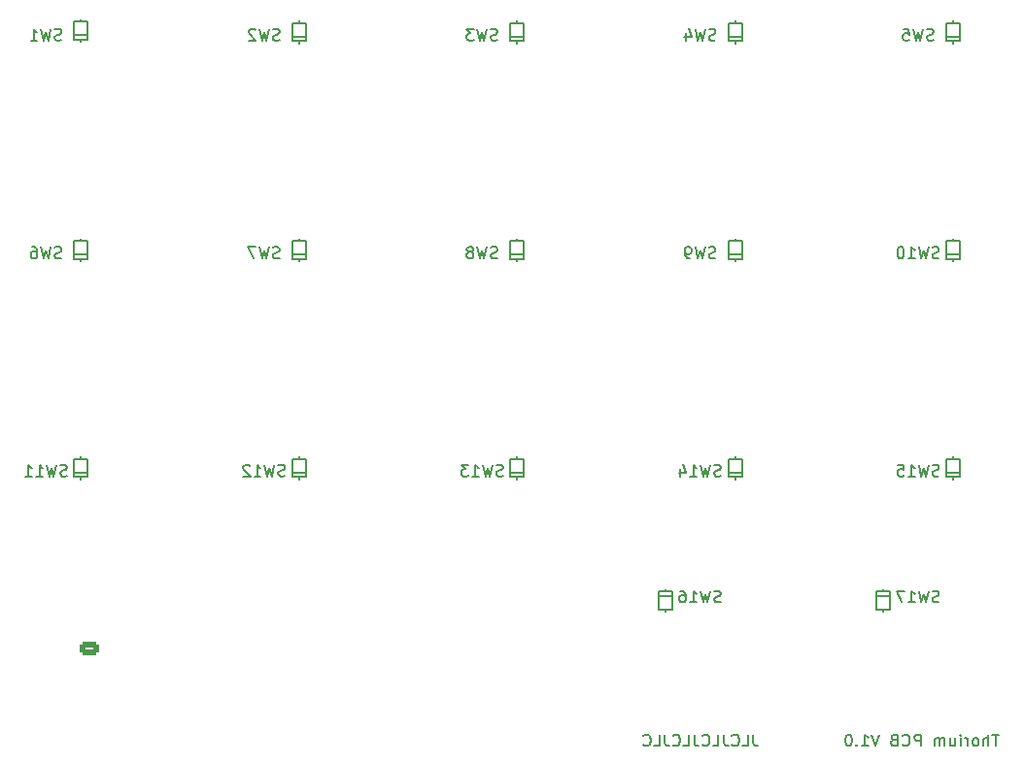
<source format=gbo>
G04 #@! TF.GenerationSoftware,KiCad,Pcbnew,7.0.5*
G04 #@! TF.CreationDate,2023-09-30T13:53:55+09:00*
G04 #@! TF.ProjectId,thorium_pcbl,74686f72-6975-46d5-9f70-63626c2e6b69,rev?*
G04 #@! TF.SameCoordinates,Original*
G04 #@! TF.FileFunction,Legend,Bot*
G04 #@! TF.FilePolarity,Positive*
%FSLAX46Y46*%
G04 Gerber Fmt 4.6, Leading zero omitted, Abs format (unit mm)*
G04 Created by KiCad (PCBNEW 7.0.5) date 2023-09-30 13:53:55*
%MOMM*%
%LPD*%
G01*
G04 APERTURE LIST*
G04 Aperture macros list*
%AMRoundRect*
0 Rectangle with rounded corners*
0 $1 Rounding radius*
0 $2 $3 $4 $5 $6 $7 $8 $9 X,Y pos of 4 corners*
0 Add a 4 corners polygon primitive as box body*
4,1,4,$2,$3,$4,$5,$6,$7,$8,$9,$2,$3,0*
0 Add four circle primitives for the rounded corners*
1,1,$1+$1,$2,$3*
1,1,$1+$1,$4,$5*
1,1,$1+$1,$6,$7*
1,1,$1+$1,$8,$9*
0 Add four rect primitives between the rounded corners*
20,1,$1+$1,$2,$3,$4,$5,0*
20,1,$1+$1,$4,$5,$6,$7,0*
20,1,$1+$1,$6,$7,$8,$9,0*
20,1,$1+$1,$8,$9,$2,$3,0*%
G04 Aperture macros list end*
%ADD10C,0.150000*%
%ADD11C,0.200000*%
%ADD12C,1.524000*%
%ADD13O,1.500000X2.500000*%
%ADD14R,0.950000X1.200000*%
%ADD15O,1.750000X1.200000*%
%ADD16RoundRect,0.250000X0.625000X-0.350000X0.625000X0.350000X-0.625000X0.350000X-0.625000X-0.350000X0*%
%ADD17C,2.000000*%
%ADD18C,3.000000*%
%ADD19C,4.000000*%
%ADD20R,2.400000X3.000000*%
%ADD21R,2.500000X2.800000*%
%ADD22O,1.000000X1.300000*%
G04 APERTURE END LIST*
D10*
X123538094Y-105474819D02*
X122966666Y-105474819D01*
X123252380Y-106474819D02*
X123252380Y-105474819D01*
X122633332Y-106474819D02*
X122633332Y-105474819D01*
X122204761Y-106474819D02*
X122204761Y-105951009D01*
X122204761Y-105951009D02*
X122252380Y-105855771D01*
X122252380Y-105855771D02*
X122347618Y-105808152D01*
X122347618Y-105808152D02*
X122490475Y-105808152D01*
X122490475Y-105808152D02*
X122585713Y-105855771D01*
X122585713Y-105855771D02*
X122633332Y-105903390D01*
X121585713Y-106474819D02*
X121680951Y-106427200D01*
X121680951Y-106427200D02*
X121728570Y-106379580D01*
X121728570Y-106379580D02*
X121776189Y-106284342D01*
X121776189Y-106284342D02*
X121776189Y-105998628D01*
X121776189Y-105998628D02*
X121728570Y-105903390D01*
X121728570Y-105903390D02*
X121680951Y-105855771D01*
X121680951Y-105855771D02*
X121585713Y-105808152D01*
X121585713Y-105808152D02*
X121442856Y-105808152D01*
X121442856Y-105808152D02*
X121347618Y-105855771D01*
X121347618Y-105855771D02*
X121299999Y-105903390D01*
X121299999Y-105903390D02*
X121252380Y-105998628D01*
X121252380Y-105998628D02*
X121252380Y-106284342D01*
X121252380Y-106284342D02*
X121299999Y-106379580D01*
X121299999Y-106379580D02*
X121347618Y-106427200D01*
X121347618Y-106427200D02*
X121442856Y-106474819D01*
X121442856Y-106474819D02*
X121585713Y-106474819D01*
X120823808Y-106474819D02*
X120823808Y-105808152D01*
X120823808Y-105998628D02*
X120776189Y-105903390D01*
X120776189Y-105903390D02*
X120728570Y-105855771D01*
X120728570Y-105855771D02*
X120633332Y-105808152D01*
X120633332Y-105808152D02*
X120538094Y-105808152D01*
X120204760Y-106474819D02*
X120204760Y-105808152D01*
X120204760Y-105474819D02*
X120252379Y-105522438D01*
X120252379Y-105522438D02*
X120204760Y-105570057D01*
X120204760Y-105570057D02*
X120157141Y-105522438D01*
X120157141Y-105522438D02*
X120204760Y-105474819D01*
X120204760Y-105474819D02*
X120204760Y-105570057D01*
X119299999Y-105808152D02*
X119299999Y-106474819D01*
X119728570Y-105808152D02*
X119728570Y-106331961D01*
X119728570Y-106331961D02*
X119680951Y-106427200D01*
X119680951Y-106427200D02*
X119585713Y-106474819D01*
X119585713Y-106474819D02*
X119442856Y-106474819D01*
X119442856Y-106474819D02*
X119347618Y-106427200D01*
X119347618Y-106427200D02*
X119299999Y-106379580D01*
X118823808Y-106474819D02*
X118823808Y-105808152D01*
X118823808Y-105903390D02*
X118776189Y-105855771D01*
X118776189Y-105855771D02*
X118680951Y-105808152D01*
X118680951Y-105808152D02*
X118538094Y-105808152D01*
X118538094Y-105808152D02*
X118442856Y-105855771D01*
X118442856Y-105855771D02*
X118395237Y-105951009D01*
X118395237Y-105951009D02*
X118395237Y-106474819D01*
X118395237Y-105951009D02*
X118347618Y-105855771D01*
X118347618Y-105855771D02*
X118252380Y-105808152D01*
X118252380Y-105808152D02*
X118109523Y-105808152D01*
X118109523Y-105808152D02*
X118014284Y-105855771D01*
X118014284Y-105855771D02*
X117966665Y-105951009D01*
X117966665Y-105951009D02*
X117966665Y-106474819D01*
X116728570Y-106474819D02*
X116728570Y-105474819D01*
X116728570Y-105474819D02*
X116347618Y-105474819D01*
X116347618Y-105474819D02*
X116252380Y-105522438D01*
X116252380Y-105522438D02*
X116204761Y-105570057D01*
X116204761Y-105570057D02*
X116157142Y-105665295D01*
X116157142Y-105665295D02*
X116157142Y-105808152D01*
X116157142Y-105808152D02*
X116204761Y-105903390D01*
X116204761Y-105903390D02*
X116252380Y-105951009D01*
X116252380Y-105951009D02*
X116347618Y-105998628D01*
X116347618Y-105998628D02*
X116728570Y-105998628D01*
X115157142Y-106379580D02*
X115204761Y-106427200D01*
X115204761Y-106427200D02*
X115347618Y-106474819D01*
X115347618Y-106474819D02*
X115442856Y-106474819D01*
X115442856Y-106474819D02*
X115585713Y-106427200D01*
X115585713Y-106427200D02*
X115680951Y-106331961D01*
X115680951Y-106331961D02*
X115728570Y-106236723D01*
X115728570Y-106236723D02*
X115776189Y-106046247D01*
X115776189Y-106046247D02*
X115776189Y-105903390D01*
X115776189Y-105903390D02*
X115728570Y-105712914D01*
X115728570Y-105712914D02*
X115680951Y-105617676D01*
X115680951Y-105617676D02*
X115585713Y-105522438D01*
X115585713Y-105522438D02*
X115442856Y-105474819D01*
X115442856Y-105474819D02*
X115347618Y-105474819D01*
X115347618Y-105474819D02*
X115204761Y-105522438D01*
X115204761Y-105522438D02*
X115157142Y-105570057D01*
X114395237Y-105951009D02*
X114252380Y-105998628D01*
X114252380Y-105998628D02*
X114204761Y-106046247D01*
X114204761Y-106046247D02*
X114157142Y-106141485D01*
X114157142Y-106141485D02*
X114157142Y-106284342D01*
X114157142Y-106284342D02*
X114204761Y-106379580D01*
X114204761Y-106379580D02*
X114252380Y-106427200D01*
X114252380Y-106427200D02*
X114347618Y-106474819D01*
X114347618Y-106474819D02*
X114728570Y-106474819D01*
X114728570Y-106474819D02*
X114728570Y-105474819D01*
X114728570Y-105474819D02*
X114395237Y-105474819D01*
X114395237Y-105474819D02*
X114299999Y-105522438D01*
X114299999Y-105522438D02*
X114252380Y-105570057D01*
X114252380Y-105570057D02*
X114204761Y-105665295D01*
X114204761Y-105665295D02*
X114204761Y-105760533D01*
X114204761Y-105760533D02*
X114252380Y-105855771D01*
X114252380Y-105855771D02*
X114299999Y-105903390D01*
X114299999Y-105903390D02*
X114395237Y-105951009D01*
X114395237Y-105951009D02*
X114728570Y-105951009D01*
X113109522Y-105474819D02*
X112776189Y-106474819D01*
X112776189Y-106474819D02*
X112442856Y-105474819D01*
X111585713Y-106474819D02*
X112157141Y-106474819D01*
X111871427Y-106474819D02*
X111871427Y-105474819D01*
X111871427Y-105474819D02*
X111966665Y-105617676D01*
X111966665Y-105617676D02*
X112061903Y-105712914D01*
X112061903Y-105712914D02*
X112157141Y-105760533D01*
X111157141Y-106379580D02*
X111109522Y-106427200D01*
X111109522Y-106427200D02*
X111157141Y-106474819D01*
X111157141Y-106474819D02*
X111204760Y-106427200D01*
X111204760Y-106427200D02*
X111157141Y-106379580D01*
X111157141Y-106379580D02*
X111157141Y-106474819D01*
X110490475Y-105474819D02*
X110395237Y-105474819D01*
X110395237Y-105474819D02*
X110299999Y-105522438D01*
X110299999Y-105522438D02*
X110252380Y-105570057D01*
X110252380Y-105570057D02*
X110204761Y-105665295D01*
X110204761Y-105665295D02*
X110157142Y-105855771D01*
X110157142Y-105855771D02*
X110157142Y-106093866D01*
X110157142Y-106093866D02*
X110204761Y-106284342D01*
X110204761Y-106284342D02*
X110252380Y-106379580D01*
X110252380Y-106379580D02*
X110299999Y-106427200D01*
X110299999Y-106427200D02*
X110395237Y-106474819D01*
X110395237Y-106474819D02*
X110490475Y-106474819D01*
X110490475Y-106474819D02*
X110585713Y-106427200D01*
X110585713Y-106427200D02*
X110633332Y-106379580D01*
X110633332Y-106379580D02*
X110680951Y-106284342D01*
X110680951Y-106284342D02*
X110728570Y-106093866D01*
X110728570Y-106093866D02*
X110728570Y-105855771D01*
X110728570Y-105855771D02*
X110680951Y-105665295D01*
X110680951Y-105665295D02*
X110633332Y-105570057D01*
X110633332Y-105570057D02*
X110585713Y-105522438D01*
X110585713Y-105522438D02*
X110490475Y-105474819D01*
X102139048Y-105474819D02*
X102139048Y-106189104D01*
X102139048Y-106189104D02*
X102186667Y-106331961D01*
X102186667Y-106331961D02*
X102281905Y-106427200D01*
X102281905Y-106427200D02*
X102424762Y-106474819D01*
X102424762Y-106474819D02*
X102520000Y-106474819D01*
X101186667Y-106474819D02*
X101662857Y-106474819D01*
X101662857Y-106474819D02*
X101662857Y-105474819D01*
X100281905Y-106379580D02*
X100329524Y-106427200D01*
X100329524Y-106427200D02*
X100472381Y-106474819D01*
X100472381Y-106474819D02*
X100567619Y-106474819D01*
X100567619Y-106474819D02*
X100710476Y-106427200D01*
X100710476Y-106427200D02*
X100805714Y-106331961D01*
X100805714Y-106331961D02*
X100853333Y-106236723D01*
X100853333Y-106236723D02*
X100900952Y-106046247D01*
X100900952Y-106046247D02*
X100900952Y-105903390D01*
X100900952Y-105903390D02*
X100853333Y-105712914D01*
X100853333Y-105712914D02*
X100805714Y-105617676D01*
X100805714Y-105617676D02*
X100710476Y-105522438D01*
X100710476Y-105522438D02*
X100567619Y-105474819D01*
X100567619Y-105474819D02*
X100472381Y-105474819D01*
X100472381Y-105474819D02*
X100329524Y-105522438D01*
X100329524Y-105522438D02*
X100281905Y-105570057D01*
X99567619Y-105474819D02*
X99567619Y-106189104D01*
X99567619Y-106189104D02*
X99615238Y-106331961D01*
X99615238Y-106331961D02*
X99710476Y-106427200D01*
X99710476Y-106427200D02*
X99853333Y-106474819D01*
X99853333Y-106474819D02*
X99948571Y-106474819D01*
X98615238Y-106474819D02*
X99091428Y-106474819D01*
X99091428Y-106474819D02*
X99091428Y-105474819D01*
X97710476Y-106379580D02*
X97758095Y-106427200D01*
X97758095Y-106427200D02*
X97900952Y-106474819D01*
X97900952Y-106474819D02*
X97996190Y-106474819D01*
X97996190Y-106474819D02*
X98139047Y-106427200D01*
X98139047Y-106427200D02*
X98234285Y-106331961D01*
X98234285Y-106331961D02*
X98281904Y-106236723D01*
X98281904Y-106236723D02*
X98329523Y-106046247D01*
X98329523Y-106046247D02*
X98329523Y-105903390D01*
X98329523Y-105903390D02*
X98281904Y-105712914D01*
X98281904Y-105712914D02*
X98234285Y-105617676D01*
X98234285Y-105617676D02*
X98139047Y-105522438D01*
X98139047Y-105522438D02*
X97996190Y-105474819D01*
X97996190Y-105474819D02*
X97900952Y-105474819D01*
X97900952Y-105474819D02*
X97758095Y-105522438D01*
X97758095Y-105522438D02*
X97710476Y-105570057D01*
X96996190Y-105474819D02*
X96996190Y-106189104D01*
X96996190Y-106189104D02*
X97043809Y-106331961D01*
X97043809Y-106331961D02*
X97139047Y-106427200D01*
X97139047Y-106427200D02*
X97281904Y-106474819D01*
X97281904Y-106474819D02*
X97377142Y-106474819D01*
X96043809Y-106474819D02*
X96519999Y-106474819D01*
X96519999Y-106474819D02*
X96519999Y-105474819D01*
X95139047Y-106379580D02*
X95186666Y-106427200D01*
X95186666Y-106427200D02*
X95329523Y-106474819D01*
X95329523Y-106474819D02*
X95424761Y-106474819D01*
X95424761Y-106474819D02*
X95567618Y-106427200D01*
X95567618Y-106427200D02*
X95662856Y-106331961D01*
X95662856Y-106331961D02*
X95710475Y-106236723D01*
X95710475Y-106236723D02*
X95758094Y-106046247D01*
X95758094Y-106046247D02*
X95758094Y-105903390D01*
X95758094Y-105903390D02*
X95710475Y-105712914D01*
X95710475Y-105712914D02*
X95662856Y-105617676D01*
X95662856Y-105617676D02*
X95567618Y-105522438D01*
X95567618Y-105522438D02*
X95424761Y-105474819D01*
X95424761Y-105474819D02*
X95329523Y-105474819D01*
X95329523Y-105474819D02*
X95186666Y-105522438D01*
X95186666Y-105522438D02*
X95139047Y-105570057D01*
X94424761Y-105474819D02*
X94424761Y-106189104D01*
X94424761Y-106189104D02*
X94472380Y-106331961D01*
X94472380Y-106331961D02*
X94567618Y-106427200D01*
X94567618Y-106427200D02*
X94710475Y-106474819D01*
X94710475Y-106474819D02*
X94805713Y-106474819D01*
X93472380Y-106474819D02*
X93948570Y-106474819D01*
X93948570Y-106474819D02*
X93948570Y-105474819D01*
X92567618Y-106379580D02*
X92615237Y-106427200D01*
X92615237Y-106427200D02*
X92758094Y-106474819D01*
X92758094Y-106474819D02*
X92853332Y-106474819D01*
X92853332Y-106474819D02*
X92996189Y-106427200D01*
X92996189Y-106427200D02*
X93091427Y-106331961D01*
X93091427Y-106331961D02*
X93139046Y-106236723D01*
X93139046Y-106236723D02*
X93186665Y-106046247D01*
X93186665Y-106046247D02*
X93186665Y-105903390D01*
X93186665Y-105903390D02*
X93139046Y-105712914D01*
X93139046Y-105712914D02*
X93091427Y-105617676D01*
X93091427Y-105617676D02*
X92996189Y-105522438D01*
X92996189Y-105522438D02*
X92853332Y-105474819D01*
X92853332Y-105474819D02*
X92758094Y-105474819D01*
X92758094Y-105474819D02*
X92615237Y-105522438D01*
X92615237Y-105522438D02*
X92567618Y-105570057D01*
X98833332Y-63907200D02*
X98690475Y-63954819D01*
X98690475Y-63954819D02*
X98452380Y-63954819D01*
X98452380Y-63954819D02*
X98357142Y-63907200D01*
X98357142Y-63907200D02*
X98309523Y-63859580D01*
X98309523Y-63859580D02*
X98261904Y-63764342D01*
X98261904Y-63764342D02*
X98261904Y-63669104D01*
X98261904Y-63669104D02*
X98309523Y-63573866D01*
X98309523Y-63573866D02*
X98357142Y-63526247D01*
X98357142Y-63526247D02*
X98452380Y-63478628D01*
X98452380Y-63478628D02*
X98642856Y-63431009D01*
X98642856Y-63431009D02*
X98738094Y-63383390D01*
X98738094Y-63383390D02*
X98785713Y-63335771D01*
X98785713Y-63335771D02*
X98833332Y-63240533D01*
X98833332Y-63240533D02*
X98833332Y-63145295D01*
X98833332Y-63145295D02*
X98785713Y-63050057D01*
X98785713Y-63050057D02*
X98738094Y-63002438D01*
X98738094Y-63002438D02*
X98642856Y-62954819D01*
X98642856Y-62954819D02*
X98404761Y-62954819D01*
X98404761Y-62954819D02*
X98261904Y-63002438D01*
X97928570Y-62954819D02*
X97690475Y-63954819D01*
X97690475Y-63954819D02*
X97499999Y-63240533D01*
X97499999Y-63240533D02*
X97309523Y-63954819D01*
X97309523Y-63954819D02*
X97071428Y-62954819D01*
X96642856Y-63954819D02*
X96452380Y-63954819D01*
X96452380Y-63954819D02*
X96357142Y-63907200D01*
X96357142Y-63907200D02*
X96309523Y-63859580D01*
X96309523Y-63859580D02*
X96214285Y-63716723D01*
X96214285Y-63716723D02*
X96166666Y-63526247D01*
X96166666Y-63526247D02*
X96166666Y-63145295D01*
X96166666Y-63145295D02*
X96214285Y-63050057D01*
X96214285Y-63050057D02*
X96261904Y-63002438D01*
X96261904Y-63002438D02*
X96357142Y-62954819D01*
X96357142Y-62954819D02*
X96547618Y-62954819D01*
X96547618Y-62954819D02*
X96642856Y-63002438D01*
X96642856Y-63002438D02*
X96690475Y-63050057D01*
X96690475Y-63050057D02*
X96738094Y-63145295D01*
X96738094Y-63145295D02*
X96738094Y-63383390D01*
X96738094Y-63383390D02*
X96690475Y-63478628D01*
X96690475Y-63478628D02*
X96642856Y-63526247D01*
X96642856Y-63526247D02*
X96547618Y-63573866D01*
X96547618Y-63573866D02*
X96357142Y-63573866D01*
X96357142Y-63573866D02*
X96261904Y-63526247D01*
X96261904Y-63526247D02*
X96214285Y-63478628D01*
X96214285Y-63478628D02*
X96166666Y-63383390D01*
X118309523Y-93907200D02*
X118166666Y-93954819D01*
X118166666Y-93954819D02*
X117928571Y-93954819D01*
X117928571Y-93954819D02*
X117833333Y-93907200D01*
X117833333Y-93907200D02*
X117785714Y-93859580D01*
X117785714Y-93859580D02*
X117738095Y-93764342D01*
X117738095Y-93764342D02*
X117738095Y-93669104D01*
X117738095Y-93669104D02*
X117785714Y-93573866D01*
X117785714Y-93573866D02*
X117833333Y-93526247D01*
X117833333Y-93526247D02*
X117928571Y-93478628D01*
X117928571Y-93478628D02*
X118119047Y-93431009D01*
X118119047Y-93431009D02*
X118214285Y-93383390D01*
X118214285Y-93383390D02*
X118261904Y-93335771D01*
X118261904Y-93335771D02*
X118309523Y-93240533D01*
X118309523Y-93240533D02*
X118309523Y-93145295D01*
X118309523Y-93145295D02*
X118261904Y-93050057D01*
X118261904Y-93050057D02*
X118214285Y-93002438D01*
X118214285Y-93002438D02*
X118119047Y-92954819D01*
X118119047Y-92954819D02*
X117880952Y-92954819D01*
X117880952Y-92954819D02*
X117738095Y-93002438D01*
X117404761Y-92954819D02*
X117166666Y-93954819D01*
X117166666Y-93954819D02*
X116976190Y-93240533D01*
X116976190Y-93240533D02*
X116785714Y-93954819D01*
X116785714Y-93954819D02*
X116547619Y-92954819D01*
X115642857Y-93954819D02*
X116214285Y-93954819D01*
X115928571Y-93954819D02*
X115928571Y-92954819D01*
X115928571Y-92954819D02*
X116023809Y-93097676D01*
X116023809Y-93097676D02*
X116119047Y-93192914D01*
X116119047Y-93192914D02*
X116214285Y-93240533D01*
X115309523Y-92954819D02*
X114642857Y-92954819D01*
X114642857Y-92954819D02*
X115071428Y-93954819D01*
X41833332Y-44907200D02*
X41690475Y-44954819D01*
X41690475Y-44954819D02*
X41452380Y-44954819D01*
X41452380Y-44954819D02*
X41357142Y-44907200D01*
X41357142Y-44907200D02*
X41309523Y-44859580D01*
X41309523Y-44859580D02*
X41261904Y-44764342D01*
X41261904Y-44764342D02*
X41261904Y-44669104D01*
X41261904Y-44669104D02*
X41309523Y-44573866D01*
X41309523Y-44573866D02*
X41357142Y-44526247D01*
X41357142Y-44526247D02*
X41452380Y-44478628D01*
X41452380Y-44478628D02*
X41642856Y-44431009D01*
X41642856Y-44431009D02*
X41738094Y-44383390D01*
X41738094Y-44383390D02*
X41785713Y-44335771D01*
X41785713Y-44335771D02*
X41833332Y-44240533D01*
X41833332Y-44240533D02*
X41833332Y-44145295D01*
X41833332Y-44145295D02*
X41785713Y-44050057D01*
X41785713Y-44050057D02*
X41738094Y-44002438D01*
X41738094Y-44002438D02*
X41642856Y-43954819D01*
X41642856Y-43954819D02*
X41404761Y-43954819D01*
X41404761Y-43954819D02*
X41261904Y-44002438D01*
X40928570Y-43954819D02*
X40690475Y-44954819D01*
X40690475Y-44954819D02*
X40499999Y-44240533D01*
X40499999Y-44240533D02*
X40309523Y-44954819D01*
X40309523Y-44954819D02*
X40071428Y-43954819D01*
X39166666Y-44954819D02*
X39738094Y-44954819D01*
X39452380Y-44954819D02*
X39452380Y-43954819D01*
X39452380Y-43954819D02*
X39547618Y-44097676D01*
X39547618Y-44097676D02*
X39642856Y-44192914D01*
X39642856Y-44192914D02*
X39738094Y-44240533D01*
X60833332Y-63907200D02*
X60690475Y-63954819D01*
X60690475Y-63954819D02*
X60452380Y-63954819D01*
X60452380Y-63954819D02*
X60357142Y-63907200D01*
X60357142Y-63907200D02*
X60309523Y-63859580D01*
X60309523Y-63859580D02*
X60261904Y-63764342D01*
X60261904Y-63764342D02*
X60261904Y-63669104D01*
X60261904Y-63669104D02*
X60309523Y-63573866D01*
X60309523Y-63573866D02*
X60357142Y-63526247D01*
X60357142Y-63526247D02*
X60452380Y-63478628D01*
X60452380Y-63478628D02*
X60642856Y-63431009D01*
X60642856Y-63431009D02*
X60738094Y-63383390D01*
X60738094Y-63383390D02*
X60785713Y-63335771D01*
X60785713Y-63335771D02*
X60833332Y-63240533D01*
X60833332Y-63240533D02*
X60833332Y-63145295D01*
X60833332Y-63145295D02*
X60785713Y-63050057D01*
X60785713Y-63050057D02*
X60738094Y-63002438D01*
X60738094Y-63002438D02*
X60642856Y-62954819D01*
X60642856Y-62954819D02*
X60404761Y-62954819D01*
X60404761Y-62954819D02*
X60261904Y-63002438D01*
X59928570Y-62954819D02*
X59690475Y-63954819D01*
X59690475Y-63954819D02*
X59499999Y-63240533D01*
X59499999Y-63240533D02*
X59309523Y-63954819D01*
X59309523Y-63954819D02*
X59071428Y-62954819D01*
X58785713Y-62954819D02*
X58119047Y-62954819D01*
X58119047Y-62954819D02*
X58547618Y-63954819D01*
X79833332Y-63907200D02*
X79690475Y-63954819D01*
X79690475Y-63954819D02*
X79452380Y-63954819D01*
X79452380Y-63954819D02*
X79357142Y-63907200D01*
X79357142Y-63907200D02*
X79309523Y-63859580D01*
X79309523Y-63859580D02*
X79261904Y-63764342D01*
X79261904Y-63764342D02*
X79261904Y-63669104D01*
X79261904Y-63669104D02*
X79309523Y-63573866D01*
X79309523Y-63573866D02*
X79357142Y-63526247D01*
X79357142Y-63526247D02*
X79452380Y-63478628D01*
X79452380Y-63478628D02*
X79642856Y-63431009D01*
X79642856Y-63431009D02*
X79738094Y-63383390D01*
X79738094Y-63383390D02*
X79785713Y-63335771D01*
X79785713Y-63335771D02*
X79833332Y-63240533D01*
X79833332Y-63240533D02*
X79833332Y-63145295D01*
X79833332Y-63145295D02*
X79785713Y-63050057D01*
X79785713Y-63050057D02*
X79738094Y-63002438D01*
X79738094Y-63002438D02*
X79642856Y-62954819D01*
X79642856Y-62954819D02*
X79404761Y-62954819D01*
X79404761Y-62954819D02*
X79261904Y-63002438D01*
X78928570Y-62954819D02*
X78690475Y-63954819D01*
X78690475Y-63954819D02*
X78499999Y-63240533D01*
X78499999Y-63240533D02*
X78309523Y-63954819D01*
X78309523Y-63954819D02*
X78071428Y-62954819D01*
X77547618Y-63383390D02*
X77642856Y-63335771D01*
X77642856Y-63335771D02*
X77690475Y-63288152D01*
X77690475Y-63288152D02*
X77738094Y-63192914D01*
X77738094Y-63192914D02*
X77738094Y-63145295D01*
X77738094Y-63145295D02*
X77690475Y-63050057D01*
X77690475Y-63050057D02*
X77642856Y-63002438D01*
X77642856Y-63002438D02*
X77547618Y-62954819D01*
X77547618Y-62954819D02*
X77357142Y-62954819D01*
X77357142Y-62954819D02*
X77261904Y-63002438D01*
X77261904Y-63002438D02*
X77214285Y-63050057D01*
X77214285Y-63050057D02*
X77166666Y-63145295D01*
X77166666Y-63145295D02*
X77166666Y-63192914D01*
X77166666Y-63192914D02*
X77214285Y-63288152D01*
X77214285Y-63288152D02*
X77261904Y-63335771D01*
X77261904Y-63335771D02*
X77357142Y-63383390D01*
X77357142Y-63383390D02*
X77547618Y-63383390D01*
X77547618Y-63383390D02*
X77642856Y-63431009D01*
X77642856Y-63431009D02*
X77690475Y-63478628D01*
X77690475Y-63478628D02*
X77738094Y-63573866D01*
X77738094Y-63573866D02*
X77738094Y-63764342D01*
X77738094Y-63764342D02*
X77690475Y-63859580D01*
X77690475Y-63859580D02*
X77642856Y-63907200D01*
X77642856Y-63907200D02*
X77547618Y-63954819D01*
X77547618Y-63954819D02*
X77357142Y-63954819D01*
X77357142Y-63954819D02*
X77261904Y-63907200D01*
X77261904Y-63907200D02*
X77214285Y-63859580D01*
X77214285Y-63859580D02*
X77166666Y-63764342D01*
X77166666Y-63764342D02*
X77166666Y-63573866D01*
X77166666Y-63573866D02*
X77214285Y-63478628D01*
X77214285Y-63478628D02*
X77261904Y-63431009D01*
X77261904Y-63431009D02*
X77357142Y-63383390D01*
X80309523Y-82907200D02*
X80166666Y-82954819D01*
X80166666Y-82954819D02*
X79928571Y-82954819D01*
X79928571Y-82954819D02*
X79833333Y-82907200D01*
X79833333Y-82907200D02*
X79785714Y-82859580D01*
X79785714Y-82859580D02*
X79738095Y-82764342D01*
X79738095Y-82764342D02*
X79738095Y-82669104D01*
X79738095Y-82669104D02*
X79785714Y-82573866D01*
X79785714Y-82573866D02*
X79833333Y-82526247D01*
X79833333Y-82526247D02*
X79928571Y-82478628D01*
X79928571Y-82478628D02*
X80119047Y-82431009D01*
X80119047Y-82431009D02*
X80214285Y-82383390D01*
X80214285Y-82383390D02*
X80261904Y-82335771D01*
X80261904Y-82335771D02*
X80309523Y-82240533D01*
X80309523Y-82240533D02*
X80309523Y-82145295D01*
X80309523Y-82145295D02*
X80261904Y-82050057D01*
X80261904Y-82050057D02*
X80214285Y-82002438D01*
X80214285Y-82002438D02*
X80119047Y-81954819D01*
X80119047Y-81954819D02*
X79880952Y-81954819D01*
X79880952Y-81954819D02*
X79738095Y-82002438D01*
X79404761Y-81954819D02*
X79166666Y-82954819D01*
X79166666Y-82954819D02*
X78976190Y-82240533D01*
X78976190Y-82240533D02*
X78785714Y-82954819D01*
X78785714Y-82954819D02*
X78547619Y-81954819D01*
X77642857Y-82954819D02*
X78214285Y-82954819D01*
X77928571Y-82954819D02*
X77928571Y-81954819D01*
X77928571Y-81954819D02*
X78023809Y-82097676D01*
X78023809Y-82097676D02*
X78119047Y-82192914D01*
X78119047Y-82192914D02*
X78214285Y-82240533D01*
X77309523Y-81954819D02*
X76690476Y-81954819D01*
X76690476Y-81954819D02*
X77023809Y-82335771D01*
X77023809Y-82335771D02*
X76880952Y-82335771D01*
X76880952Y-82335771D02*
X76785714Y-82383390D01*
X76785714Y-82383390D02*
X76738095Y-82431009D01*
X76738095Y-82431009D02*
X76690476Y-82526247D01*
X76690476Y-82526247D02*
X76690476Y-82764342D01*
X76690476Y-82764342D02*
X76738095Y-82859580D01*
X76738095Y-82859580D02*
X76785714Y-82907200D01*
X76785714Y-82907200D02*
X76880952Y-82954819D01*
X76880952Y-82954819D02*
X77166666Y-82954819D01*
X77166666Y-82954819D02*
X77261904Y-82907200D01*
X77261904Y-82907200D02*
X77309523Y-82859580D01*
X41833332Y-63907200D02*
X41690475Y-63954819D01*
X41690475Y-63954819D02*
X41452380Y-63954819D01*
X41452380Y-63954819D02*
X41357142Y-63907200D01*
X41357142Y-63907200D02*
X41309523Y-63859580D01*
X41309523Y-63859580D02*
X41261904Y-63764342D01*
X41261904Y-63764342D02*
X41261904Y-63669104D01*
X41261904Y-63669104D02*
X41309523Y-63573866D01*
X41309523Y-63573866D02*
X41357142Y-63526247D01*
X41357142Y-63526247D02*
X41452380Y-63478628D01*
X41452380Y-63478628D02*
X41642856Y-63431009D01*
X41642856Y-63431009D02*
X41738094Y-63383390D01*
X41738094Y-63383390D02*
X41785713Y-63335771D01*
X41785713Y-63335771D02*
X41833332Y-63240533D01*
X41833332Y-63240533D02*
X41833332Y-63145295D01*
X41833332Y-63145295D02*
X41785713Y-63050057D01*
X41785713Y-63050057D02*
X41738094Y-63002438D01*
X41738094Y-63002438D02*
X41642856Y-62954819D01*
X41642856Y-62954819D02*
X41404761Y-62954819D01*
X41404761Y-62954819D02*
X41261904Y-63002438D01*
X40928570Y-62954819D02*
X40690475Y-63954819D01*
X40690475Y-63954819D02*
X40499999Y-63240533D01*
X40499999Y-63240533D02*
X40309523Y-63954819D01*
X40309523Y-63954819D02*
X40071428Y-62954819D01*
X39261904Y-62954819D02*
X39452380Y-62954819D01*
X39452380Y-62954819D02*
X39547618Y-63002438D01*
X39547618Y-63002438D02*
X39595237Y-63050057D01*
X39595237Y-63050057D02*
X39690475Y-63192914D01*
X39690475Y-63192914D02*
X39738094Y-63383390D01*
X39738094Y-63383390D02*
X39738094Y-63764342D01*
X39738094Y-63764342D02*
X39690475Y-63859580D01*
X39690475Y-63859580D02*
X39642856Y-63907200D01*
X39642856Y-63907200D02*
X39547618Y-63954819D01*
X39547618Y-63954819D02*
X39357142Y-63954819D01*
X39357142Y-63954819D02*
X39261904Y-63907200D01*
X39261904Y-63907200D02*
X39214285Y-63859580D01*
X39214285Y-63859580D02*
X39166666Y-63764342D01*
X39166666Y-63764342D02*
X39166666Y-63526247D01*
X39166666Y-63526247D02*
X39214285Y-63431009D01*
X39214285Y-63431009D02*
X39261904Y-63383390D01*
X39261904Y-63383390D02*
X39357142Y-63335771D01*
X39357142Y-63335771D02*
X39547618Y-63335771D01*
X39547618Y-63335771D02*
X39642856Y-63383390D01*
X39642856Y-63383390D02*
X39690475Y-63431009D01*
X39690475Y-63431009D02*
X39738094Y-63526247D01*
X99309523Y-82907200D02*
X99166666Y-82954819D01*
X99166666Y-82954819D02*
X98928571Y-82954819D01*
X98928571Y-82954819D02*
X98833333Y-82907200D01*
X98833333Y-82907200D02*
X98785714Y-82859580D01*
X98785714Y-82859580D02*
X98738095Y-82764342D01*
X98738095Y-82764342D02*
X98738095Y-82669104D01*
X98738095Y-82669104D02*
X98785714Y-82573866D01*
X98785714Y-82573866D02*
X98833333Y-82526247D01*
X98833333Y-82526247D02*
X98928571Y-82478628D01*
X98928571Y-82478628D02*
X99119047Y-82431009D01*
X99119047Y-82431009D02*
X99214285Y-82383390D01*
X99214285Y-82383390D02*
X99261904Y-82335771D01*
X99261904Y-82335771D02*
X99309523Y-82240533D01*
X99309523Y-82240533D02*
X99309523Y-82145295D01*
X99309523Y-82145295D02*
X99261904Y-82050057D01*
X99261904Y-82050057D02*
X99214285Y-82002438D01*
X99214285Y-82002438D02*
X99119047Y-81954819D01*
X99119047Y-81954819D02*
X98880952Y-81954819D01*
X98880952Y-81954819D02*
X98738095Y-82002438D01*
X98404761Y-81954819D02*
X98166666Y-82954819D01*
X98166666Y-82954819D02*
X97976190Y-82240533D01*
X97976190Y-82240533D02*
X97785714Y-82954819D01*
X97785714Y-82954819D02*
X97547619Y-81954819D01*
X96642857Y-82954819D02*
X97214285Y-82954819D01*
X96928571Y-82954819D02*
X96928571Y-81954819D01*
X96928571Y-81954819D02*
X97023809Y-82097676D01*
X97023809Y-82097676D02*
X97119047Y-82192914D01*
X97119047Y-82192914D02*
X97214285Y-82240533D01*
X95785714Y-82288152D02*
X95785714Y-82954819D01*
X96023809Y-81907200D02*
X96261904Y-82621485D01*
X96261904Y-82621485D02*
X95642857Y-82621485D01*
X118309523Y-82907200D02*
X118166666Y-82954819D01*
X118166666Y-82954819D02*
X117928571Y-82954819D01*
X117928571Y-82954819D02*
X117833333Y-82907200D01*
X117833333Y-82907200D02*
X117785714Y-82859580D01*
X117785714Y-82859580D02*
X117738095Y-82764342D01*
X117738095Y-82764342D02*
X117738095Y-82669104D01*
X117738095Y-82669104D02*
X117785714Y-82573866D01*
X117785714Y-82573866D02*
X117833333Y-82526247D01*
X117833333Y-82526247D02*
X117928571Y-82478628D01*
X117928571Y-82478628D02*
X118119047Y-82431009D01*
X118119047Y-82431009D02*
X118214285Y-82383390D01*
X118214285Y-82383390D02*
X118261904Y-82335771D01*
X118261904Y-82335771D02*
X118309523Y-82240533D01*
X118309523Y-82240533D02*
X118309523Y-82145295D01*
X118309523Y-82145295D02*
X118261904Y-82050057D01*
X118261904Y-82050057D02*
X118214285Y-82002438D01*
X118214285Y-82002438D02*
X118119047Y-81954819D01*
X118119047Y-81954819D02*
X117880952Y-81954819D01*
X117880952Y-81954819D02*
X117738095Y-82002438D01*
X117404761Y-81954819D02*
X117166666Y-82954819D01*
X117166666Y-82954819D02*
X116976190Y-82240533D01*
X116976190Y-82240533D02*
X116785714Y-82954819D01*
X116785714Y-82954819D02*
X116547619Y-81954819D01*
X115642857Y-82954819D02*
X116214285Y-82954819D01*
X115928571Y-82954819D02*
X115928571Y-81954819D01*
X115928571Y-81954819D02*
X116023809Y-82097676D01*
X116023809Y-82097676D02*
X116119047Y-82192914D01*
X116119047Y-82192914D02*
X116214285Y-82240533D01*
X114738095Y-81954819D02*
X115214285Y-81954819D01*
X115214285Y-81954819D02*
X115261904Y-82431009D01*
X115261904Y-82431009D02*
X115214285Y-82383390D01*
X115214285Y-82383390D02*
X115119047Y-82335771D01*
X115119047Y-82335771D02*
X114880952Y-82335771D01*
X114880952Y-82335771D02*
X114785714Y-82383390D01*
X114785714Y-82383390D02*
X114738095Y-82431009D01*
X114738095Y-82431009D02*
X114690476Y-82526247D01*
X114690476Y-82526247D02*
X114690476Y-82764342D01*
X114690476Y-82764342D02*
X114738095Y-82859580D01*
X114738095Y-82859580D02*
X114785714Y-82907200D01*
X114785714Y-82907200D02*
X114880952Y-82954819D01*
X114880952Y-82954819D02*
X115119047Y-82954819D01*
X115119047Y-82954819D02*
X115214285Y-82907200D01*
X115214285Y-82907200D02*
X115261904Y-82859580D01*
X61309523Y-82907200D02*
X61166666Y-82954819D01*
X61166666Y-82954819D02*
X60928571Y-82954819D01*
X60928571Y-82954819D02*
X60833333Y-82907200D01*
X60833333Y-82907200D02*
X60785714Y-82859580D01*
X60785714Y-82859580D02*
X60738095Y-82764342D01*
X60738095Y-82764342D02*
X60738095Y-82669104D01*
X60738095Y-82669104D02*
X60785714Y-82573866D01*
X60785714Y-82573866D02*
X60833333Y-82526247D01*
X60833333Y-82526247D02*
X60928571Y-82478628D01*
X60928571Y-82478628D02*
X61119047Y-82431009D01*
X61119047Y-82431009D02*
X61214285Y-82383390D01*
X61214285Y-82383390D02*
X61261904Y-82335771D01*
X61261904Y-82335771D02*
X61309523Y-82240533D01*
X61309523Y-82240533D02*
X61309523Y-82145295D01*
X61309523Y-82145295D02*
X61261904Y-82050057D01*
X61261904Y-82050057D02*
X61214285Y-82002438D01*
X61214285Y-82002438D02*
X61119047Y-81954819D01*
X61119047Y-81954819D02*
X60880952Y-81954819D01*
X60880952Y-81954819D02*
X60738095Y-82002438D01*
X60404761Y-81954819D02*
X60166666Y-82954819D01*
X60166666Y-82954819D02*
X59976190Y-82240533D01*
X59976190Y-82240533D02*
X59785714Y-82954819D01*
X59785714Y-82954819D02*
X59547619Y-81954819D01*
X58642857Y-82954819D02*
X59214285Y-82954819D01*
X58928571Y-82954819D02*
X58928571Y-81954819D01*
X58928571Y-81954819D02*
X59023809Y-82097676D01*
X59023809Y-82097676D02*
X59119047Y-82192914D01*
X59119047Y-82192914D02*
X59214285Y-82240533D01*
X58261904Y-82050057D02*
X58214285Y-82002438D01*
X58214285Y-82002438D02*
X58119047Y-81954819D01*
X58119047Y-81954819D02*
X57880952Y-81954819D01*
X57880952Y-81954819D02*
X57785714Y-82002438D01*
X57785714Y-82002438D02*
X57738095Y-82050057D01*
X57738095Y-82050057D02*
X57690476Y-82145295D01*
X57690476Y-82145295D02*
X57690476Y-82240533D01*
X57690476Y-82240533D02*
X57738095Y-82383390D01*
X57738095Y-82383390D02*
X58309523Y-82954819D01*
X58309523Y-82954819D02*
X57690476Y-82954819D01*
X118309523Y-63907200D02*
X118166666Y-63954819D01*
X118166666Y-63954819D02*
X117928571Y-63954819D01*
X117928571Y-63954819D02*
X117833333Y-63907200D01*
X117833333Y-63907200D02*
X117785714Y-63859580D01*
X117785714Y-63859580D02*
X117738095Y-63764342D01*
X117738095Y-63764342D02*
X117738095Y-63669104D01*
X117738095Y-63669104D02*
X117785714Y-63573866D01*
X117785714Y-63573866D02*
X117833333Y-63526247D01*
X117833333Y-63526247D02*
X117928571Y-63478628D01*
X117928571Y-63478628D02*
X118119047Y-63431009D01*
X118119047Y-63431009D02*
X118214285Y-63383390D01*
X118214285Y-63383390D02*
X118261904Y-63335771D01*
X118261904Y-63335771D02*
X118309523Y-63240533D01*
X118309523Y-63240533D02*
X118309523Y-63145295D01*
X118309523Y-63145295D02*
X118261904Y-63050057D01*
X118261904Y-63050057D02*
X118214285Y-63002438D01*
X118214285Y-63002438D02*
X118119047Y-62954819D01*
X118119047Y-62954819D02*
X117880952Y-62954819D01*
X117880952Y-62954819D02*
X117738095Y-63002438D01*
X117404761Y-62954819D02*
X117166666Y-63954819D01*
X117166666Y-63954819D02*
X116976190Y-63240533D01*
X116976190Y-63240533D02*
X116785714Y-63954819D01*
X116785714Y-63954819D02*
X116547619Y-62954819D01*
X115642857Y-63954819D02*
X116214285Y-63954819D01*
X115928571Y-63954819D02*
X115928571Y-62954819D01*
X115928571Y-62954819D02*
X116023809Y-63097676D01*
X116023809Y-63097676D02*
X116119047Y-63192914D01*
X116119047Y-63192914D02*
X116214285Y-63240533D01*
X115023809Y-62954819D02*
X114928571Y-62954819D01*
X114928571Y-62954819D02*
X114833333Y-63002438D01*
X114833333Y-63002438D02*
X114785714Y-63050057D01*
X114785714Y-63050057D02*
X114738095Y-63145295D01*
X114738095Y-63145295D02*
X114690476Y-63335771D01*
X114690476Y-63335771D02*
X114690476Y-63573866D01*
X114690476Y-63573866D02*
X114738095Y-63764342D01*
X114738095Y-63764342D02*
X114785714Y-63859580D01*
X114785714Y-63859580D02*
X114833333Y-63907200D01*
X114833333Y-63907200D02*
X114928571Y-63954819D01*
X114928571Y-63954819D02*
X115023809Y-63954819D01*
X115023809Y-63954819D02*
X115119047Y-63907200D01*
X115119047Y-63907200D02*
X115166666Y-63859580D01*
X115166666Y-63859580D02*
X115214285Y-63764342D01*
X115214285Y-63764342D02*
X115261904Y-63573866D01*
X115261904Y-63573866D02*
X115261904Y-63335771D01*
X115261904Y-63335771D02*
X115214285Y-63145295D01*
X115214285Y-63145295D02*
X115166666Y-63050057D01*
X115166666Y-63050057D02*
X115119047Y-63002438D01*
X115119047Y-63002438D02*
X115023809Y-62954819D01*
X99309523Y-93907200D02*
X99166666Y-93954819D01*
X99166666Y-93954819D02*
X98928571Y-93954819D01*
X98928571Y-93954819D02*
X98833333Y-93907200D01*
X98833333Y-93907200D02*
X98785714Y-93859580D01*
X98785714Y-93859580D02*
X98738095Y-93764342D01*
X98738095Y-93764342D02*
X98738095Y-93669104D01*
X98738095Y-93669104D02*
X98785714Y-93573866D01*
X98785714Y-93573866D02*
X98833333Y-93526247D01*
X98833333Y-93526247D02*
X98928571Y-93478628D01*
X98928571Y-93478628D02*
X99119047Y-93431009D01*
X99119047Y-93431009D02*
X99214285Y-93383390D01*
X99214285Y-93383390D02*
X99261904Y-93335771D01*
X99261904Y-93335771D02*
X99309523Y-93240533D01*
X99309523Y-93240533D02*
X99309523Y-93145295D01*
X99309523Y-93145295D02*
X99261904Y-93050057D01*
X99261904Y-93050057D02*
X99214285Y-93002438D01*
X99214285Y-93002438D02*
X99119047Y-92954819D01*
X99119047Y-92954819D02*
X98880952Y-92954819D01*
X98880952Y-92954819D02*
X98738095Y-93002438D01*
X98404761Y-92954819D02*
X98166666Y-93954819D01*
X98166666Y-93954819D02*
X97976190Y-93240533D01*
X97976190Y-93240533D02*
X97785714Y-93954819D01*
X97785714Y-93954819D02*
X97547619Y-92954819D01*
X96642857Y-93954819D02*
X97214285Y-93954819D01*
X96928571Y-93954819D02*
X96928571Y-92954819D01*
X96928571Y-92954819D02*
X97023809Y-93097676D01*
X97023809Y-93097676D02*
X97119047Y-93192914D01*
X97119047Y-93192914D02*
X97214285Y-93240533D01*
X95785714Y-92954819D02*
X95976190Y-92954819D01*
X95976190Y-92954819D02*
X96071428Y-93002438D01*
X96071428Y-93002438D02*
X96119047Y-93050057D01*
X96119047Y-93050057D02*
X96214285Y-93192914D01*
X96214285Y-93192914D02*
X96261904Y-93383390D01*
X96261904Y-93383390D02*
X96261904Y-93764342D01*
X96261904Y-93764342D02*
X96214285Y-93859580D01*
X96214285Y-93859580D02*
X96166666Y-93907200D01*
X96166666Y-93907200D02*
X96071428Y-93954819D01*
X96071428Y-93954819D02*
X95880952Y-93954819D01*
X95880952Y-93954819D02*
X95785714Y-93907200D01*
X95785714Y-93907200D02*
X95738095Y-93859580D01*
X95738095Y-93859580D02*
X95690476Y-93764342D01*
X95690476Y-93764342D02*
X95690476Y-93526247D01*
X95690476Y-93526247D02*
X95738095Y-93431009D01*
X95738095Y-93431009D02*
X95785714Y-93383390D01*
X95785714Y-93383390D02*
X95880952Y-93335771D01*
X95880952Y-93335771D02*
X96071428Y-93335771D01*
X96071428Y-93335771D02*
X96166666Y-93383390D01*
X96166666Y-93383390D02*
X96214285Y-93431009D01*
X96214285Y-93431009D02*
X96261904Y-93526247D01*
X60833332Y-44907200D02*
X60690475Y-44954819D01*
X60690475Y-44954819D02*
X60452380Y-44954819D01*
X60452380Y-44954819D02*
X60357142Y-44907200D01*
X60357142Y-44907200D02*
X60309523Y-44859580D01*
X60309523Y-44859580D02*
X60261904Y-44764342D01*
X60261904Y-44764342D02*
X60261904Y-44669104D01*
X60261904Y-44669104D02*
X60309523Y-44573866D01*
X60309523Y-44573866D02*
X60357142Y-44526247D01*
X60357142Y-44526247D02*
X60452380Y-44478628D01*
X60452380Y-44478628D02*
X60642856Y-44431009D01*
X60642856Y-44431009D02*
X60738094Y-44383390D01*
X60738094Y-44383390D02*
X60785713Y-44335771D01*
X60785713Y-44335771D02*
X60833332Y-44240533D01*
X60833332Y-44240533D02*
X60833332Y-44145295D01*
X60833332Y-44145295D02*
X60785713Y-44050057D01*
X60785713Y-44050057D02*
X60738094Y-44002438D01*
X60738094Y-44002438D02*
X60642856Y-43954819D01*
X60642856Y-43954819D02*
X60404761Y-43954819D01*
X60404761Y-43954819D02*
X60261904Y-44002438D01*
X59928570Y-43954819D02*
X59690475Y-44954819D01*
X59690475Y-44954819D02*
X59499999Y-44240533D01*
X59499999Y-44240533D02*
X59309523Y-44954819D01*
X59309523Y-44954819D02*
X59071428Y-43954819D01*
X58738094Y-44050057D02*
X58690475Y-44002438D01*
X58690475Y-44002438D02*
X58595237Y-43954819D01*
X58595237Y-43954819D02*
X58357142Y-43954819D01*
X58357142Y-43954819D02*
X58261904Y-44002438D01*
X58261904Y-44002438D02*
X58214285Y-44050057D01*
X58214285Y-44050057D02*
X58166666Y-44145295D01*
X58166666Y-44145295D02*
X58166666Y-44240533D01*
X58166666Y-44240533D02*
X58214285Y-44383390D01*
X58214285Y-44383390D02*
X58785713Y-44954819D01*
X58785713Y-44954819D02*
X58166666Y-44954819D01*
X42309523Y-82907200D02*
X42166666Y-82954819D01*
X42166666Y-82954819D02*
X41928571Y-82954819D01*
X41928571Y-82954819D02*
X41833333Y-82907200D01*
X41833333Y-82907200D02*
X41785714Y-82859580D01*
X41785714Y-82859580D02*
X41738095Y-82764342D01*
X41738095Y-82764342D02*
X41738095Y-82669104D01*
X41738095Y-82669104D02*
X41785714Y-82573866D01*
X41785714Y-82573866D02*
X41833333Y-82526247D01*
X41833333Y-82526247D02*
X41928571Y-82478628D01*
X41928571Y-82478628D02*
X42119047Y-82431009D01*
X42119047Y-82431009D02*
X42214285Y-82383390D01*
X42214285Y-82383390D02*
X42261904Y-82335771D01*
X42261904Y-82335771D02*
X42309523Y-82240533D01*
X42309523Y-82240533D02*
X42309523Y-82145295D01*
X42309523Y-82145295D02*
X42261904Y-82050057D01*
X42261904Y-82050057D02*
X42214285Y-82002438D01*
X42214285Y-82002438D02*
X42119047Y-81954819D01*
X42119047Y-81954819D02*
X41880952Y-81954819D01*
X41880952Y-81954819D02*
X41738095Y-82002438D01*
X41404761Y-81954819D02*
X41166666Y-82954819D01*
X41166666Y-82954819D02*
X40976190Y-82240533D01*
X40976190Y-82240533D02*
X40785714Y-82954819D01*
X40785714Y-82954819D02*
X40547619Y-81954819D01*
X39642857Y-82954819D02*
X40214285Y-82954819D01*
X39928571Y-82954819D02*
X39928571Y-81954819D01*
X39928571Y-81954819D02*
X40023809Y-82097676D01*
X40023809Y-82097676D02*
X40119047Y-82192914D01*
X40119047Y-82192914D02*
X40214285Y-82240533D01*
X38690476Y-82954819D02*
X39261904Y-82954819D01*
X38976190Y-82954819D02*
X38976190Y-81954819D01*
X38976190Y-81954819D02*
X39071428Y-82097676D01*
X39071428Y-82097676D02*
X39166666Y-82192914D01*
X39166666Y-82192914D02*
X39261904Y-82240533D01*
X117833332Y-44907200D02*
X117690475Y-44954819D01*
X117690475Y-44954819D02*
X117452380Y-44954819D01*
X117452380Y-44954819D02*
X117357142Y-44907200D01*
X117357142Y-44907200D02*
X117309523Y-44859580D01*
X117309523Y-44859580D02*
X117261904Y-44764342D01*
X117261904Y-44764342D02*
X117261904Y-44669104D01*
X117261904Y-44669104D02*
X117309523Y-44573866D01*
X117309523Y-44573866D02*
X117357142Y-44526247D01*
X117357142Y-44526247D02*
X117452380Y-44478628D01*
X117452380Y-44478628D02*
X117642856Y-44431009D01*
X117642856Y-44431009D02*
X117738094Y-44383390D01*
X117738094Y-44383390D02*
X117785713Y-44335771D01*
X117785713Y-44335771D02*
X117833332Y-44240533D01*
X117833332Y-44240533D02*
X117833332Y-44145295D01*
X117833332Y-44145295D02*
X117785713Y-44050057D01*
X117785713Y-44050057D02*
X117738094Y-44002438D01*
X117738094Y-44002438D02*
X117642856Y-43954819D01*
X117642856Y-43954819D02*
X117404761Y-43954819D01*
X117404761Y-43954819D02*
X117261904Y-44002438D01*
X116928570Y-43954819D02*
X116690475Y-44954819D01*
X116690475Y-44954819D02*
X116499999Y-44240533D01*
X116499999Y-44240533D02*
X116309523Y-44954819D01*
X116309523Y-44954819D02*
X116071428Y-43954819D01*
X115214285Y-43954819D02*
X115690475Y-43954819D01*
X115690475Y-43954819D02*
X115738094Y-44431009D01*
X115738094Y-44431009D02*
X115690475Y-44383390D01*
X115690475Y-44383390D02*
X115595237Y-44335771D01*
X115595237Y-44335771D02*
X115357142Y-44335771D01*
X115357142Y-44335771D02*
X115261904Y-44383390D01*
X115261904Y-44383390D02*
X115214285Y-44431009D01*
X115214285Y-44431009D02*
X115166666Y-44526247D01*
X115166666Y-44526247D02*
X115166666Y-44764342D01*
X115166666Y-44764342D02*
X115214285Y-44859580D01*
X115214285Y-44859580D02*
X115261904Y-44907200D01*
X115261904Y-44907200D02*
X115357142Y-44954819D01*
X115357142Y-44954819D02*
X115595237Y-44954819D01*
X115595237Y-44954819D02*
X115690475Y-44907200D01*
X115690475Y-44907200D02*
X115738094Y-44859580D01*
X98833332Y-44907200D02*
X98690475Y-44954819D01*
X98690475Y-44954819D02*
X98452380Y-44954819D01*
X98452380Y-44954819D02*
X98357142Y-44907200D01*
X98357142Y-44907200D02*
X98309523Y-44859580D01*
X98309523Y-44859580D02*
X98261904Y-44764342D01*
X98261904Y-44764342D02*
X98261904Y-44669104D01*
X98261904Y-44669104D02*
X98309523Y-44573866D01*
X98309523Y-44573866D02*
X98357142Y-44526247D01*
X98357142Y-44526247D02*
X98452380Y-44478628D01*
X98452380Y-44478628D02*
X98642856Y-44431009D01*
X98642856Y-44431009D02*
X98738094Y-44383390D01*
X98738094Y-44383390D02*
X98785713Y-44335771D01*
X98785713Y-44335771D02*
X98833332Y-44240533D01*
X98833332Y-44240533D02*
X98833332Y-44145295D01*
X98833332Y-44145295D02*
X98785713Y-44050057D01*
X98785713Y-44050057D02*
X98738094Y-44002438D01*
X98738094Y-44002438D02*
X98642856Y-43954819D01*
X98642856Y-43954819D02*
X98404761Y-43954819D01*
X98404761Y-43954819D02*
X98261904Y-44002438D01*
X97928570Y-43954819D02*
X97690475Y-44954819D01*
X97690475Y-44954819D02*
X97499999Y-44240533D01*
X97499999Y-44240533D02*
X97309523Y-44954819D01*
X97309523Y-44954819D02*
X97071428Y-43954819D01*
X96261904Y-44288152D02*
X96261904Y-44954819D01*
X96499999Y-43907200D02*
X96738094Y-44621485D01*
X96738094Y-44621485D02*
X96119047Y-44621485D01*
X79833332Y-44907200D02*
X79690475Y-44954819D01*
X79690475Y-44954819D02*
X79452380Y-44954819D01*
X79452380Y-44954819D02*
X79357142Y-44907200D01*
X79357142Y-44907200D02*
X79309523Y-44859580D01*
X79309523Y-44859580D02*
X79261904Y-44764342D01*
X79261904Y-44764342D02*
X79261904Y-44669104D01*
X79261904Y-44669104D02*
X79309523Y-44573866D01*
X79309523Y-44573866D02*
X79357142Y-44526247D01*
X79357142Y-44526247D02*
X79452380Y-44478628D01*
X79452380Y-44478628D02*
X79642856Y-44431009D01*
X79642856Y-44431009D02*
X79738094Y-44383390D01*
X79738094Y-44383390D02*
X79785713Y-44335771D01*
X79785713Y-44335771D02*
X79833332Y-44240533D01*
X79833332Y-44240533D02*
X79833332Y-44145295D01*
X79833332Y-44145295D02*
X79785713Y-44050057D01*
X79785713Y-44050057D02*
X79738094Y-44002438D01*
X79738094Y-44002438D02*
X79642856Y-43954819D01*
X79642856Y-43954819D02*
X79404761Y-43954819D01*
X79404761Y-43954819D02*
X79261904Y-44002438D01*
X78928570Y-43954819D02*
X78690475Y-44954819D01*
X78690475Y-44954819D02*
X78499999Y-44240533D01*
X78499999Y-44240533D02*
X78309523Y-44954819D01*
X78309523Y-44954819D02*
X78071428Y-43954819D01*
X77785713Y-43954819D02*
X77166666Y-43954819D01*
X77166666Y-43954819D02*
X77499999Y-44335771D01*
X77499999Y-44335771D02*
X77357142Y-44335771D01*
X77357142Y-44335771D02*
X77261904Y-44383390D01*
X77261904Y-44383390D02*
X77214285Y-44431009D01*
X77214285Y-44431009D02*
X77166666Y-44526247D01*
X77166666Y-44526247D02*
X77166666Y-44764342D01*
X77166666Y-44764342D02*
X77214285Y-44859580D01*
X77214285Y-44859580D02*
X77261904Y-44907200D01*
X77261904Y-44907200D02*
X77357142Y-44954819D01*
X77357142Y-44954819D02*
X77642856Y-44954819D01*
X77642856Y-44954819D02*
X77738094Y-44907200D01*
X77738094Y-44907200D02*
X77785713Y-44859580D01*
D11*
X113450000Y-92785943D02*
X113450000Y-92984381D01*
X114045314Y-92984381D02*
X112854686Y-92984381D01*
X112854686Y-92984381D02*
X112854686Y-94571885D01*
X112854686Y-93381257D02*
X114045314Y-93381257D01*
X114045314Y-94571885D02*
X114045314Y-92984381D01*
X113450000Y-94571885D02*
X113450000Y-94770323D01*
X112854686Y-94571885D02*
X114045314Y-94571885D01*
X81550000Y-64214057D02*
X81550000Y-64015619D01*
X80954686Y-64015619D02*
X82145314Y-64015619D01*
X82145314Y-64015619D02*
X82145314Y-62428115D01*
X82145314Y-63618743D02*
X80954686Y-63618743D01*
X80954686Y-62428115D02*
X80954686Y-64015619D01*
X81550000Y-62428115D02*
X81550000Y-62229677D01*
X82145314Y-62428115D02*
X80954686Y-62428115D01*
X100550000Y-45214057D02*
X100550000Y-45015619D01*
X99954686Y-45015619D02*
X101145314Y-45015619D01*
X101145314Y-45015619D02*
X101145314Y-43428115D01*
X101145314Y-44618743D02*
X99954686Y-44618743D01*
X99954686Y-43428115D02*
X99954686Y-45015619D01*
X100550000Y-43428115D02*
X100550000Y-43229677D01*
X101145314Y-43428115D02*
X99954686Y-43428115D01*
X43550000Y-64214057D02*
X43550000Y-64015619D01*
X42954686Y-64015619D02*
X44145314Y-64015619D01*
X44145314Y-64015619D02*
X44145314Y-62428115D01*
X44145314Y-63618743D02*
X42954686Y-63618743D01*
X42954686Y-62428115D02*
X42954686Y-64015619D01*
X43550000Y-62428115D02*
X43550000Y-62229677D01*
X44145314Y-62428115D02*
X42954686Y-62428115D01*
X43550000Y-45100620D02*
X43550000Y-44902182D01*
X42954686Y-44902182D02*
X44145314Y-44902182D01*
X44145314Y-44902182D02*
X44145314Y-43314678D01*
X44145314Y-44505306D02*
X42954686Y-44505306D01*
X42954686Y-43314678D02*
X42954686Y-44902182D01*
X43550000Y-43314678D02*
X43550000Y-43116240D01*
X44145314Y-43314678D02*
X42954686Y-43314678D01*
X100550000Y-83214057D02*
X100550000Y-83015619D01*
X99954686Y-83015619D02*
X101145314Y-83015619D01*
X101145314Y-83015619D02*
X101145314Y-81428115D01*
X101145314Y-82618743D02*
X99954686Y-82618743D01*
X99954686Y-81428115D02*
X99954686Y-83015619D01*
X100550000Y-81428115D02*
X100550000Y-81229677D01*
X101145314Y-81428115D02*
X99954686Y-81428115D01*
X81550000Y-45214057D02*
X81550000Y-45015619D01*
X80954686Y-45015619D02*
X82145314Y-45015619D01*
X82145314Y-45015619D02*
X82145314Y-43428115D01*
X82145314Y-44618743D02*
X80954686Y-44618743D01*
X80954686Y-43428115D02*
X80954686Y-45015619D01*
X81550000Y-43428115D02*
X81550000Y-43229677D01*
X82145314Y-43428115D02*
X80954686Y-43428115D01*
X81550000Y-83214057D02*
X81550000Y-83015619D01*
X80954686Y-83015619D02*
X82145314Y-83015619D01*
X82145314Y-83015619D02*
X82145314Y-81428115D01*
X82145314Y-82618743D02*
X80954686Y-82618743D01*
X80954686Y-81428115D02*
X80954686Y-83015619D01*
X81550000Y-81428115D02*
X81550000Y-81229677D01*
X82145314Y-81428115D02*
X80954686Y-81428115D01*
X119550000Y-83214057D02*
X119550000Y-83015619D01*
X118954686Y-83015619D02*
X120145314Y-83015619D01*
X120145314Y-83015619D02*
X120145314Y-81428115D01*
X120145314Y-82618743D02*
X118954686Y-82618743D01*
X118954686Y-81428115D02*
X118954686Y-83015619D01*
X119550000Y-81428115D02*
X119550000Y-81229677D01*
X120145314Y-81428115D02*
X118954686Y-81428115D01*
X119550000Y-64214057D02*
X119550000Y-64015619D01*
X118954686Y-64015619D02*
X120145314Y-64015619D01*
X120145314Y-64015619D02*
X120145314Y-62428115D01*
X120145314Y-63618743D02*
X118954686Y-63618743D01*
X118954686Y-62428115D02*
X118954686Y-64015619D01*
X119550000Y-62428115D02*
X119550000Y-62229677D01*
X120145314Y-62428115D02*
X118954686Y-62428115D01*
X100550000Y-64214057D02*
X100550000Y-64015619D01*
X99954686Y-64015619D02*
X101145314Y-64015619D01*
X101145314Y-64015619D02*
X101145314Y-62428115D01*
X101145314Y-63618743D02*
X99954686Y-63618743D01*
X99954686Y-62428115D02*
X99954686Y-64015619D01*
X100550000Y-62428115D02*
X100550000Y-62229677D01*
X101145314Y-62428115D02*
X99954686Y-62428115D01*
X94450000Y-92785943D02*
X94450000Y-92984381D01*
X95045314Y-92984381D02*
X93854686Y-92984381D01*
X93854686Y-92984381D02*
X93854686Y-94571885D01*
X93854686Y-93381257D02*
X95045314Y-93381257D01*
X95045314Y-94571885D02*
X95045314Y-92984381D01*
X94450000Y-94571885D02*
X94450000Y-94770323D01*
X93854686Y-94571885D02*
X95045314Y-94571885D01*
X62550000Y-45214057D02*
X62550000Y-45015619D01*
X61954686Y-45015619D02*
X63145314Y-45015619D01*
X63145314Y-45015619D02*
X63145314Y-43428115D01*
X63145314Y-44618743D02*
X61954686Y-44618743D01*
X61954686Y-43428115D02*
X61954686Y-45015619D01*
X62550000Y-43428115D02*
X62550000Y-43229677D01*
X63145314Y-43428115D02*
X61954686Y-43428115D01*
X43550000Y-83214057D02*
X43550000Y-83015619D01*
X42954686Y-83015619D02*
X44145314Y-83015619D01*
X44145314Y-83015619D02*
X44145314Y-81428115D01*
X44145314Y-82618743D02*
X42954686Y-82618743D01*
X42954686Y-81428115D02*
X42954686Y-83015619D01*
X43550000Y-81428115D02*
X43550000Y-81229677D01*
X44145314Y-81428115D02*
X42954686Y-81428115D01*
X119550000Y-45214057D02*
X119550000Y-45015619D01*
X118954686Y-45015619D02*
X120145314Y-45015619D01*
X120145314Y-45015619D02*
X120145314Y-43428115D01*
X120145314Y-44618743D02*
X118954686Y-44618743D01*
X118954686Y-43428115D02*
X118954686Y-45015619D01*
X119550000Y-43428115D02*
X119550000Y-43229677D01*
X120145314Y-43428115D02*
X118954686Y-43428115D01*
X62550000Y-83214057D02*
X62550000Y-83015619D01*
X61954686Y-83015619D02*
X63145314Y-83015619D01*
X63145314Y-83015619D02*
X63145314Y-81428115D01*
X63145314Y-82618743D02*
X61954686Y-82618743D01*
X61954686Y-81428115D02*
X61954686Y-83015619D01*
X62550000Y-81428115D02*
X62550000Y-81229677D01*
X63145314Y-81428115D02*
X61954686Y-81428115D01*
X62550000Y-64214057D02*
X62550000Y-64015619D01*
X61954686Y-64015619D02*
X63145314Y-64015619D01*
X63145314Y-64015619D02*
X63145314Y-62428115D01*
X63145314Y-63618743D02*
X61954686Y-63618743D01*
X61954686Y-62428115D02*
X61954686Y-64015619D01*
X62550000Y-62428115D02*
X62550000Y-62229677D01*
X63145314Y-62428115D02*
X61954686Y-62428115D01*
%LPC*%
D12*
X35380000Y-106240000D03*
X37920000Y-106240000D03*
X40460000Y-106240000D03*
X43000000Y-106240000D03*
X45540000Y-106240000D03*
X48080000Y-106240000D03*
X50620000Y-106240000D03*
X50620000Y-91000000D03*
X48080000Y-91000000D03*
X45540000Y-91000000D03*
X43000000Y-91000000D03*
X40460000Y-91000000D03*
X37920000Y-91000000D03*
X35380000Y-91000000D03*
D13*
X42683000Y-102565000D03*
X40778000Y-102565000D03*
D14*
X113450000Y-92053125D03*
X113450000Y-95503125D03*
D15*
X44250000Y-96000000D03*
D16*
X44250000Y-98000000D03*
D17*
X92420000Y-59500000D03*
D18*
X93690000Y-56960000D03*
D19*
X97500000Y-59500000D03*
D18*
X100040000Y-54420000D03*
D17*
X102580000Y-59500000D03*
D20*
X90500000Y-56920000D03*
D21*
X103250000Y-54480000D03*
D17*
X121580000Y-97500000D03*
D18*
X120310000Y-100040000D03*
D19*
X116500000Y-97500000D03*
D18*
X113960000Y-102580000D03*
D17*
X111420000Y-97500000D03*
D20*
X123500000Y-100080000D03*
D21*
X110750000Y-102520000D03*
D17*
X35420000Y-40500000D03*
D18*
X36690000Y-37960000D03*
D19*
X40500000Y-40500000D03*
D18*
X43040000Y-35420000D03*
D17*
X45580000Y-40500000D03*
D20*
X33500000Y-37920000D03*
D21*
X46250000Y-35480000D03*
D17*
X54420000Y-59500000D03*
D18*
X55690000Y-56960000D03*
D19*
X59500000Y-59500000D03*
D18*
X62040000Y-54420000D03*
D17*
X64580000Y-59500000D03*
D20*
X52500000Y-56920000D03*
D21*
X65250000Y-54480000D03*
D17*
X73420000Y-59500000D03*
D18*
X74690000Y-56960000D03*
D19*
X78500000Y-59500000D03*
D18*
X81040000Y-54420000D03*
D17*
X83580000Y-59500000D03*
D20*
X71500000Y-56920000D03*
D21*
X84250000Y-54480000D03*
D17*
X73420000Y-78500000D03*
D18*
X74690000Y-75960000D03*
D19*
X78500000Y-78500000D03*
D18*
X81040000Y-73420000D03*
D17*
X83580000Y-78500000D03*
D20*
X71500000Y-75920000D03*
D21*
X84250000Y-73480000D03*
D22*
X32350000Y-71500000D03*
X32350000Y-69000000D03*
X32350000Y-66500000D03*
D17*
X35420000Y-59500000D03*
D18*
X36690000Y-56960000D03*
D19*
X40500000Y-59500000D03*
D18*
X43040000Y-54420000D03*
D17*
X45580000Y-59500000D03*
D20*
X33500000Y-56920000D03*
D21*
X46250000Y-54480000D03*
D17*
X92420000Y-78500000D03*
D18*
X93690000Y-75960000D03*
D19*
X97500000Y-78500000D03*
D18*
X100040000Y-73420000D03*
D17*
X102580000Y-78500000D03*
D20*
X90500000Y-75920000D03*
D21*
X103250000Y-73480000D03*
D17*
X111420000Y-78500000D03*
D18*
X112690000Y-75960000D03*
D19*
X116500000Y-78500000D03*
D18*
X119040000Y-73420000D03*
D17*
X121580000Y-78500000D03*
D20*
X109500000Y-75920000D03*
D21*
X122250000Y-73480000D03*
D14*
X81550000Y-64946875D03*
X81550000Y-61496875D03*
D17*
X54420000Y-78500000D03*
D18*
X55690000Y-75960000D03*
D19*
X59500000Y-78500000D03*
D18*
X62040000Y-73420000D03*
D17*
X64580000Y-78500000D03*
D20*
X52500000Y-75920000D03*
D21*
X65250000Y-73480000D03*
D14*
X100550000Y-45946875D03*
X100550000Y-42496875D03*
X43550000Y-64946875D03*
X43550000Y-61496875D03*
X43550000Y-45833438D03*
X43550000Y-42383438D03*
X100550000Y-83946875D03*
X100550000Y-80496875D03*
X81550000Y-45946875D03*
X81550000Y-42496875D03*
X81550000Y-83946875D03*
X81550000Y-80496875D03*
X119550000Y-83946875D03*
X119550000Y-80496875D03*
D17*
X111420000Y-59500000D03*
D18*
X112690000Y-56960000D03*
D19*
X116500000Y-59500000D03*
D18*
X119040000Y-54420000D03*
D17*
X121580000Y-59500000D03*
D20*
X109500000Y-56920000D03*
D21*
X122250000Y-54480000D03*
D14*
X119550000Y-64946875D03*
X119550000Y-61496875D03*
X100550000Y-64946875D03*
X100550000Y-61496875D03*
X94450000Y-92053125D03*
X94450000Y-95503125D03*
X62550000Y-45946875D03*
X62550000Y-42496875D03*
D17*
X102580000Y-97500000D03*
D18*
X101310000Y-100040000D03*
D19*
X97500000Y-97500000D03*
D18*
X94960000Y-102580000D03*
D17*
X92420000Y-97500000D03*
D20*
X104500000Y-100080000D03*
D21*
X91750000Y-102520000D03*
D14*
X43550000Y-83946875D03*
X43550000Y-80496875D03*
X119550000Y-45946875D03*
X119550000Y-42496875D03*
X62550000Y-83946875D03*
X62550000Y-80496875D03*
D17*
X54420000Y-40500000D03*
D18*
X55690000Y-37960000D03*
D19*
X59500000Y-40500000D03*
D18*
X62040000Y-35420000D03*
D17*
X64580000Y-40500000D03*
D20*
X52500000Y-37920000D03*
D21*
X65250000Y-35480000D03*
D17*
X35420000Y-78500000D03*
D18*
X36690000Y-75960000D03*
D19*
X40500000Y-78500000D03*
D18*
X43040000Y-73420000D03*
D17*
X45580000Y-78500000D03*
D20*
X33500000Y-75920000D03*
D21*
X46250000Y-73480000D03*
D17*
X111420000Y-40500000D03*
D18*
X112690000Y-37960000D03*
D19*
X116500000Y-40500000D03*
D18*
X119040000Y-35420000D03*
D17*
X121580000Y-40500000D03*
D20*
X109500000Y-37920000D03*
D21*
X122250000Y-35480000D03*
D14*
X62550000Y-64946875D03*
X62550000Y-61496875D03*
D17*
X92420000Y-40500000D03*
D18*
X93690000Y-37960000D03*
D19*
X97500000Y-40500000D03*
D18*
X100040000Y-35420000D03*
D17*
X102580000Y-40500000D03*
D20*
X90500000Y-37920000D03*
D21*
X103250000Y-35480000D03*
D17*
X73420000Y-40500000D03*
D18*
X74690000Y-37960000D03*
D19*
X78500000Y-40500000D03*
D18*
X81040000Y-35420000D03*
D17*
X83580000Y-40500000D03*
D20*
X71500000Y-37920000D03*
D21*
X84250000Y-35480000D03*
%LPD*%
M02*

</source>
